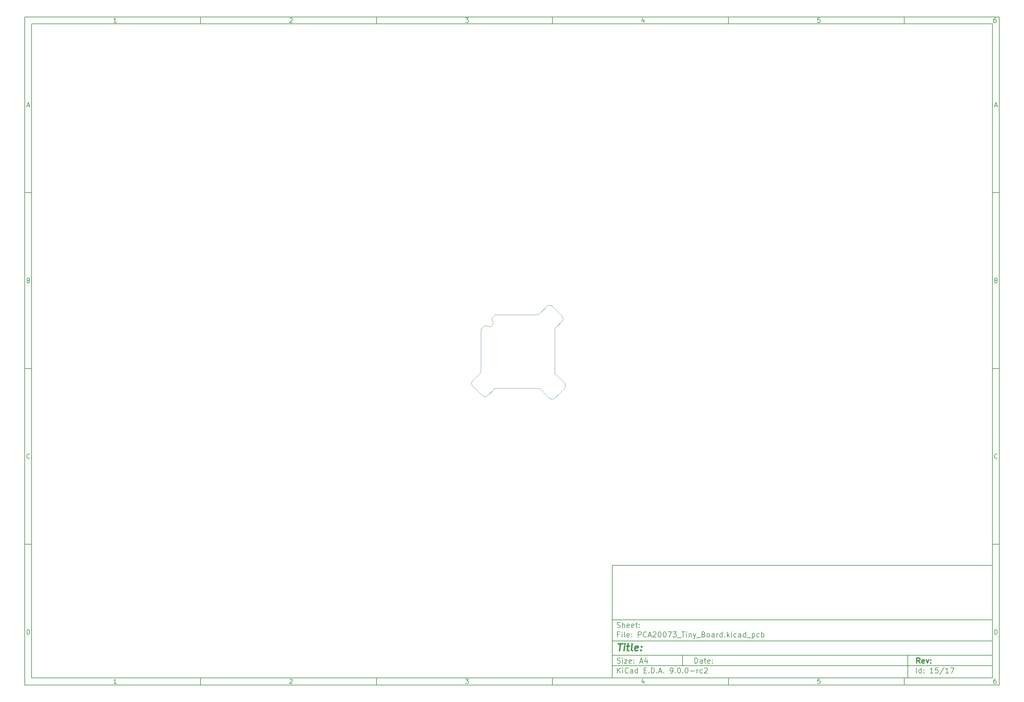
<source format=gbr>
G04 #@! TF.GenerationSoftware,KiCad,Pcbnew,9.0.0-rc2-3baa6cd791~182~ubuntu24.04.1*
G04 #@! TF.CreationDate,2025-02-06T23:09:27-05:00*
G04 #@! TF.ProjectId,PCA20073_Tiny_Board,50434132-3030-4373-935f-54696e795f42,rev?*
G04 #@! TF.SameCoordinates,PX82a22f1PY713a4f2*
G04 #@! TF.FileFunction,Profile,NP*
%FSLAX46Y46*%
G04 Gerber Fmt 4.6, Leading zero omitted, Abs format (unit mm)*
G04 Created by KiCad (PCBNEW 9.0.0-rc2-3baa6cd791~182~ubuntu24.04.1) date 2025-02-06 23:09:27*
%MOMM*%
%LPD*%
G01*
G04 APERTURE LIST*
%ADD10C,0.100000*%
%ADD11C,0.150000*%
%ADD12C,0.300000*%
%ADD13C,0.400000*%
G04 #@! TA.AperFunction,Profile*
%ADD14C,0.050000*%
G04 #@! TD*
G04 APERTURE END LIST*
D10*
D11*
X40023015Y-47279278D02*
X148023015Y-47279278D01*
X148023015Y-79279278D01*
X40023015Y-79279278D01*
X40023015Y-47279278D01*
D10*
D11*
X-126979185Y108727922D02*
X150023015Y108727922D01*
X150023015Y-81279278D01*
X-126979185Y-81279278D01*
X-126979185Y108727922D01*
D10*
D11*
X-124979185Y106727922D02*
X148023015Y106727922D01*
X148023015Y-79279278D01*
X-124979185Y-79279278D01*
X-124979185Y106727922D01*
D10*
D11*
X-76979185Y106727922D02*
X-76979185Y108727922D01*
D10*
D11*
X-26979185Y106727922D02*
X-26979185Y108727922D01*
D10*
D11*
X23020815Y106727922D02*
X23020815Y108727922D01*
D10*
D11*
X73020815Y106727922D02*
X73020815Y108727922D01*
D10*
D11*
X123020815Y106727922D02*
X123020815Y108727922D01*
D10*
D11*
X-100890025Y107134318D02*
X-101632882Y107134318D01*
X-101261454Y107134318D02*
X-101261454Y108434318D01*
X-101261454Y108434318D02*
X-101385263Y108248603D01*
X-101385263Y108248603D02*
X-101509073Y108124794D01*
X-101509073Y108124794D02*
X-101632882Y108062889D01*
D10*
D11*
X-51632882Y108310508D02*
X-51570978Y108372413D01*
X-51570978Y108372413D02*
X-51447168Y108434318D01*
X-51447168Y108434318D02*
X-51137644Y108434318D01*
X-51137644Y108434318D02*
X-51013835Y108372413D01*
X-51013835Y108372413D02*
X-50951930Y108310508D01*
X-50951930Y108310508D02*
X-50890025Y108186699D01*
X-50890025Y108186699D02*
X-50890025Y108062889D01*
X-50890025Y108062889D02*
X-50951930Y107877175D01*
X-50951930Y107877175D02*
X-51694787Y107134318D01*
X-51694787Y107134318D02*
X-50890025Y107134318D01*
D10*
D11*
X-1694787Y108434318D02*
X-890025Y108434318D01*
X-890025Y108434318D02*
X-1323359Y107939080D01*
X-1323359Y107939080D02*
X-1137644Y107939080D01*
X-1137644Y107939080D02*
X-1013835Y107877175D01*
X-1013835Y107877175D02*
X-951930Y107815270D01*
X-951930Y107815270D02*
X-890025Y107691461D01*
X-890025Y107691461D02*
X-890025Y107381937D01*
X-890025Y107381937D02*
X-951930Y107258127D01*
X-951930Y107258127D02*
X-1013835Y107196222D01*
X-1013835Y107196222D02*
X-1137644Y107134318D01*
X-1137644Y107134318D02*
X-1509073Y107134318D01*
X-1509073Y107134318D02*
X-1632882Y107196222D01*
X-1632882Y107196222D02*
X-1694787Y107258127D01*
D10*
D11*
X48986165Y108000984D02*
X48986165Y107134318D01*
X48676641Y108496222D02*
X48367118Y107567651D01*
X48367118Y107567651D02*
X49171879Y107567651D01*
D10*
D11*
X99048070Y108434318D02*
X98429022Y108434318D01*
X98429022Y108434318D02*
X98367118Y107815270D01*
X98367118Y107815270D02*
X98429022Y107877175D01*
X98429022Y107877175D02*
X98552832Y107939080D01*
X98552832Y107939080D02*
X98862356Y107939080D01*
X98862356Y107939080D02*
X98986165Y107877175D01*
X98986165Y107877175D02*
X99048070Y107815270D01*
X99048070Y107815270D02*
X99109975Y107691461D01*
X99109975Y107691461D02*
X99109975Y107381937D01*
X99109975Y107381937D02*
X99048070Y107258127D01*
X99048070Y107258127D02*
X98986165Y107196222D01*
X98986165Y107196222D02*
X98862356Y107134318D01*
X98862356Y107134318D02*
X98552832Y107134318D01*
X98552832Y107134318D02*
X98429022Y107196222D01*
X98429022Y107196222D02*
X98367118Y107258127D01*
D10*
D11*
X148986165Y108434318D02*
X148738546Y108434318D01*
X148738546Y108434318D02*
X148614737Y108372413D01*
X148614737Y108372413D02*
X148552832Y108310508D01*
X148552832Y108310508D02*
X148429022Y108124794D01*
X148429022Y108124794D02*
X148367118Y107877175D01*
X148367118Y107877175D02*
X148367118Y107381937D01*
X148367118Y107381937D02*
X148429022Y107258127D01*
X148429022Y107258127D02*
X148490927Y107196222D01*
X148490927Y107196222D02*
X148614737Y107134318D01*
X148614737Y107134318D02*
X148862356Y107134318D01*
X148862356Y107134318D02*
X148986165Y107196222D01*
X148986165Y107196222D02*
X149048070Y107258127D01*
X149048070Y107258127D02*
X149109975Y107381937D01*
X149109975Y107381937D02*
X149109975Y107691461D01*
X149109975Y107691461D02*
X149048070Y107815270D01*
X149048070Y107815270D02*
X148986165Y107877175D01*
X148986165Y107877175D02*
X148862356Y107939080D01*
X148862356Y107939080D02*
X148614737Y107939080D01*
X148614737Y107939080D02*
X148490927Y107877175D01*
X148490927Y107877175D02*
X148429022Y107815270D01*
X148429022Y107815270D02*
X148367118Y107691461D01*
D10*
D11*
X-76979185Y-79279278D02*
X-76979185Y-81279278D01*
D10*
D11*
X-26979185Y-79279278D02*
X-26979185Y-81279278D01*
D10*
D11*
X23020815Y-79279278D02*
X23020815Y-81279278D01*
D10*
D11*
X73020815Y-79279278D02*
X73020815Y-81279278D01*
D10*
D11*
X123020815Y-79279278D02*
X123020815Y-81279278D01*
D10*
D11*
X-100890025Y-80872882D02*
X-101632882Y-80872882D01*
X-101261454Y-80872882D02*
X-101261454Y-79572882D01*
X-101261454Y-79572882D02*
X-101385263Y-79758597D01*
X-101385263Y-79758597D02*
X-101509073Y-79882406D01*
X-101509073Y-79882406D02*
X-101632882Y-79944311D01*
D10*
D11*
X-51632882Y-79696692D02*
X-51570978Y-79634787D01*
X-51570978Y-79634787D02*
X-51447168Y-79572882D01*
X-51447168Y-79572882D02*
X-51137644Y-79572882D01*
X-51137644Y-79572882D02*
X-51013835Y-79634787D01*
X-51013835Y-79634787D02*
X-50951930Y-79696692D01*
X-50951930Y-79696692D02*
X-50890025Y-79820501D01*
X-50890025Y-79820501D02*
X-50890025Y-79944311D01*
X-50890025Y-79944311D02*
X-50951930Y-80130025D01*
X-50951930Y-80130025D02*
X-51694787Y-80872882D01*
X-51694787Y-80872882D02*
X-50890025Y-80872882D01*
D10*
D11*
X-1694787Y-79572882D02*
X-890025Y-79572882D01*
X-890025Y-79572882D02*
X-1323359Y-80068120D01*
X-1323359Y-80068120D02*
X-1137644Y-80068120D01*
X-1137644Y-80068120D02*
X-1013835Y-80130025D01*
X-1013835Y-80130025D02*
X-951930Y-80191930D01*
X-951930Y-80191930D02*
X-890025Y-80315739D01*
X-890025Y-80315739D02*
X-890025Y-80625263D01*
X-890025Y-80625263D02*
X-951930Y-80749073D01*
X-951930Y-80749073D02*
X-1013835Y-80810978D01*
X-1013835Y-80810978D02*
X-1137644Y-80872882D01*
X-1137644Y-80872882D02*
X-1509073Y-80872882D01*
X-1509073Y-80872882D02*
X-1632882Y-80810978D01*
X-1632882Y-80810978D02*
X-1694787Y-80749073D01*
D10*
D11*
X48986165Y-80006216D02*
X48986165Y-80872882D01*
X48676641Y-79510978D02*
X48367118Y-80439549D01*
X48367118Y-80439549D02*
X49171879Y-80439549D01*
D10*
D11*
X99048070Y-79572882D02*
X98429022Y-79572882D01*
X98429022Y-79572882D02*
X98367118Y-80191930D01*
X98367118Y-80191930D02*
X98429022Y-80130025D01*
X98429022Y-80130025D02*
X98552832Y-80068120D01*
X98552832Y-80068120D02*
X98862356Y-80068120D01*
X98862356Y-80068120D02*
X98986165Y-80130025D01*
X98986165Y-80130025D02*
X99048070Y-80191930D01*
X99048070Y-80191930D02*
X99109975Y-80315739D01*
X99109975Y-80315739D02*
X99109975Y-80625263D01*
X99109975Y-80625263D02*
X99048070Y-80749073D01*
X99048070Y-80749073D02*
X98986165Y-80810978D01*
X98986165Y-80810978D02*
X98862356Y-80872882D01*
X98862356Y-80872882D02*
X98552832Y-80872882D01*
X98552832Y-80872882D02*
X98429022Y-80810978D01*
X98429022Y-80810978D02*
X98367118Y-80749073D01*
D10*
D11*
X148986165Y-79572882D02*
X148738546Y-79572882D01*
X148738546Y-79572882D02*
X148614737Y-79634787D01*
X148614737Y-79634787D02*
X148552832Y-79696692D01*
X148552832Y-79696692D02*
X148429022Y-79882406D01*
X148429022Y-79882406D02*
X148367118Y-80130025D01*
X148367118Y-80130025D02*
X148367118Y-80625263D01*
X148367118Y-80625263D02*
X148429022Y-80749073D01*
X148429022Y-80749073D02*
X148490927Y-80810978D01*
X148490927Y-80810978D02*
X148614737Y-80872882D01*
X148614737Y-80872882D02*
X148862356Y-80872882D01*
X148862356Y-80872882D02*
X148986165Y-80810978D01*
X148986165Y-80810978D02*
X149048070Y-80749073D01*
X149048070Y-80749073D02*
X149109975Y-80625263D01*
X149109975Y-80625263D02*
X149109975Y-80315739D01*
X149109975Y-80315739D02*
X149048070Y-80191930D01*
X149048070Y-80191930D02*
X148986165Y-80130025D01*
X148986165Y-80130025D02*
X148862356Y-80068120D01*
X148862356Y-80068120D02*
X148614737Y-80068120D01*
X148614737Y-80068120D02*
X148490927Y-80130025D01*
X148490927Y-80130025D02*
X148429022Y-80191930D01*
X148429022Y-80191930D02*
X148367118Y-80315739D01*
D10*
D11*
X-126979185Y58727922D02*
X-124979185Y58727922D01*
D10*
D11*
X-126979185Y8727922D02*
X-124979185Y8727922D01*
D10*
D11*
X-126979185Y-41272078D02*
X-124979185Y-41272078D01*
D10*
D11*
X-126288709Y83505746D02*
X-125669662Y83505746D01*
X-126412519Y83134318D02*
X-125979186Y84434318D01*
X-125979186Y84434318D02*
X-125545852Y83134318D01*
D10*
D11*
X-125886328Y33815270D02*
X-125700614Y33753365D01*
X-125700614Y33753365D02*
X-125638709Y33691461D01*
X-125638709Y33691461D02*
X-125576805Y33567651D01*
X-125576805Y33567651D02*
X-125576805Y33381937D01*
X-125576805Y33381937D02*
X-125638709Y33258127D01*
X-125638709Y33258127D02*
X-125700614Y33196222D01*
X-125700614Y33196222D02*
X-125824424Y33134318D01*
X-125824424Y33134318D02*
X-126319662Y33134318D01*
X-126319662Y33134318D02*
X-126319662Y34434318D01*
X-126319662Y34434318D02*
X-125886328Y34434318D01*
X-125886328Y34434318D02*
X-125762519Y34372413D01*
X-125762519Y34372413D02*
X-125700614Y34310508D01*
X-125700614Y34310508D02*
X-125638709Y34186699D01*
X-125638709Y34186699D02*
X-125638709Y34062889D01*
X-125638709Y34062889D02*
X-125700614Y33939080D01*
X-125700614Y33939080D02*
X-125762519Y33877175D01*
X-125762519Y33877175D02*
X-125886328Y33815270D01*
X-125886328Y33815270D02*
X-126319662Y33815270D01*
D10*
D11*
X-125576805Y-16741873D02*
X-125638709Y-16803778D01*
X-125638709Y-16803778D02*
X-125824424Y-16865682D01*
X-125824424Y-16865682D02*
X-125948233Y-16865682D01*
X-125948233Y-16865682D02*
X-126133947Y-16803778D01*
X-126133947Y-16803778D02*
X-126257757Y-16679968D01*
X-126257757Y-16679968D02*
X-126319662Y-16556158D01*
X-126319662Y-16556158D02*
X-126381566Y-16308539D01*
X-126381566Y-16308539D02*
X-126381566Y-16122825D01*
X-126381566Y-16122825D02*
X-126319662Y-15875206D01*
X-126319662Y-15875206D02*
X-126257757Y-15751397D01*
X-126257757Y-15751397D02*
X-126133947Y-15627587D01*
X-126133947Y-15627587D02*
X-125948233Y-15565682D01*
X-125948233Y-15565682D02*
X-125824424Y-15565682D01*
X-125824424Y-15565682D02*
X-125638709Y-15627587D01*
X-125638709Y-15627587D02*
X-125576805Y-15689492D01*
D10*
D11*
X-126319662Y-66865682D02*
X-126319662Y-65565682D01*
X-126319662Y-65565682D02*
X-126010138Y-65565682D01*
X-126010138Y-65565682D02*
X-125824424Y-65627587D01*
X-125824424Y-65627587D02*
X-125700614Y-65751397D01*
X-125700614Y-65751397D02*
X-125638709Y-65875206D01*
X-125638709Y-65875206D02*
X-125576805Y-66122825D01*
X-125576805Y-66122825D02*
X-125576805Y-66308539D01*
X-125576805Y-66308539D02*
X-125638709Y-66556158D01*
X-125638709Y-66556158D02*
X-125700614Y-66679968D01*
X-125700614Y-66679968D02*
X-125824424Y-66803778D01*
X-125824424Y-66803778D02*
X-126010138Y-66865682D01*
X-126010138Y-66865682D02*
X-126319662Y-66865682D01*
D10*
D11*
X150023015Y58727922D02*
X148023015Y58727922D01*
D10*
D11*
X150023015Y8727922D02*
X148023015Y8727922D01*
D10*
D11*
X150023015Y-41272078D02*
X148023015Y-41272078D01*
D10*
D11*
X148713491Y83505746D02*
X149332538Y83505746D01*
X148589681Y83134318D02*
X149023014Y84434318D01*
X149023014Y84434318D02*
X149456348Y83134318D01*
D10*
D11*
X149115872Y33815270D02*
X149301586Y33753365D01*
X149301586Y33753365D02*
X149363491Y33691461D01*
X149363491Y33691461D02*
X149425395Y33567651D01*
X149425395Y33567651D02*
X149425395Y33381937D01*
X149425395Y33381937D02*
X149363491Y33258127D01*
X149363491Y33258127D02*
X149301586Y33196222D01*
X149301586Y33196222D02*
X149177776Y33134318D01*
X149177776Y33134318D02*
X148682538Y33134318D01*
X148682538Y33134318D02*
X148682538Y34434318D01*
X148682538Y34434318D02*
X149115872Y34434318D01*
X149115872Y34434318D02*
X149239681Y34372413D01*
X149239681Y34372413D02*
X149301586Y34310508D01*
X149301586Y34310508D02*
X149363491Y34186699D01*
X149363491Y34186699D02*
X149363491Y34062889D01*
X149363491Y34062889D02*
X149301586Y33939080D01*
X149301586Y33939080D02*
X149239681Y33877175D01*
X149239681Y33877175D02*
X149115872Y33815270D01*
X149115872Y33815270D02*
X148682538Y33815270D01*
D10*
D11*
X149425395Y-16741873D02*
X149363491Y-16803778D01*
X149363491Y-16803778D02*
X149177776Y-16865682D01*
X149177776Y-16865682D02*
X149053967Y-16865682D01*
X149053967Y-16865682D02*
X148868253Y-16803778D01*
X148868253Y-16803778D02*
X148744443Y-16679968D01*
X148744443Y-16679968D02*
X148682538Y-16556158D01*
X148682538Y-16556158D02*
X148620634Y-16308539D01*
X148620634Y-16308539D02*
X148620634Y-16122825D01*
X148620634Y-16122825D02*
X148682538Y-15875206D01*
X148682538Y-15875206D02*
X148744443Y-15751397D01*
X148744443Y-15751397D02*
X148868253Y-15627587D01*
X148868253Y-15627587D02*
X149053967Y-15565682D01*
X149053967Y-15565682D02*
X149177776Y-15565682D01*
X149177776Y-15565682D02*
X149363491Y-15627587D01*
X149363491Y-15627587D02*
X149425395Y-15689492D01*
D10*
D11*
X148682538Y-66865682D02*
X148682538Y-65565682D01*
X148682538Y-65565682D02*
X148992062Y-65565682D01*
X148992062Y-65565682D02*
X149177776Y-65627587D01*
X149177776Y-65627587D02*
X149301586Y-65751397D01*
X149301586Y-65751397D02*
X149363491Y-65875206D01*
X149363491Y-65875206D02*
X149425395Y-66122825D01*
X149425395Y-66122825D02*
X149425395Y-66308539D01*
X149425395Y-66308539D02*
X149363491Y-66556158D01*
X149363491Y-66556158D02*
X149301586Y-66679968D01*
X149301586Y-66679968D02*
X149177776Y-66803778D01*
X149177776Y-66803778D02*
X148992062Y-66865682D01*
X148992062Y-66865682D02*
X148682538Y-66865682D01*
D10*
D11*
X63478841Y-75065406D02*
X63478841Y-73565406D01*
X63478841Y-73565406D02*
X63835984Y-73565406D01*
X63835984Y-73565406D02*
X64050270Y-73636835D01*
X64050270Y-73636835D02*
X64193127Y-73779692D01*
X64193127Y-73779692D02*
X64264556Y-73922549D01*
X64264556Y-73922549D02*
X64335984Y-74208263D01*
X64335984Y-74208263D02*
X64335984Y-74422549D01*
X64335984Y-74422549D02*
X64264556Y-74708263D01*
X64264556Y-74708263D02*
X64193127Y-74851120D01*
X64193127Y-74851120D02*
X64050270Y-74993978D01*
X64050270Y-74993978D02*
X63835984Y-75065406D01*
X63835984Y-75065406D02*
X63478841Y-75065406D01*
X65621699Y-75065406D02*
X65621699Y-74279692D01*
X65621699Y-74279692D02*
X65550270Y-74136835D01*
X65550270Y-74136835D02*
X65407413Y-74065406D01*
X65407413Y-74065406D02*
X65121699Y-74065406D01*
X65121699Y-74065406D02*
X64978841Y-74136835D01*
X65621699Y-74993978D02*
X65478841Y-75065406D01*
X65478841Y-75065406D02*
X65121699Y-75065406D01*
X65121699Y-75065406D02*
X64978841Y-74993978D01*
X64978841Y-74993978D02*
X64907413Y-74851120D01*
X64907413Y-74851120D02*
X64907413Y-74708263D01*
X64907413Y-74708263D02*
X64978841Y-74565406D01*
X64978841Y-74565406D02*
X65121699Y-74493978D01*
X65121699Y-74493978D02*
X65478841Y-74493978D01*
X65478841Y-74493978D02*
X65621699Y-74422549D01*
X66121699Y-74065406D02*
X66693127Y-74065406D01*
X66335984Y-73565406D02*
X66335984Y-74851120D01*
X66335984Y-74851120D02*
X66407413Y-74993978D01*
X66407413Y-74993978D02*
X66550270Y-75065406D01*
X66550270Y-75065406D02*
X66693127Y-75065406D01*
X67764556Y-74993978D02*
X67621699Y-75065406D01*
X67621699Y-75065406D02*
X67335985Y-75065406D01*
X67335985Y-75065406D02*
X67193127Y-74993978D01*
X67193127Y-74993978D02*
X67121699Y-74851120D01*
X67121699Y-74851120D02*
X67121699Y-74279692D01*
X67121699Y-74279692D02*
X67193127Y-74136835D01*
X67193127Y-74136835D02*
X67335985Y-74065406D01*
X67335985Y-74065406D02*
X67621699Y-74065406D01*
X67621699Y-74065406D02*
X67764556Y-74136835D01*
X67764556Y-74136835D02*
X67835985Y-74279692D01*
X67835985Y-74279692D02*
X67835985Y-74422549D01*
X67835985Y-74422549D02*
X67121699Y-74565406D01*
X68478841Y-74922549D02*
X68550270Y-74993978D01*
X68550270Y-74993978D02*
X68478841Y-75065406D01*
X68478841Y-75065406D02*
X68407413Y-74993978D01*
X68407413Y-74993978D02*
X68478841Y-74922549D01*
X68478841Y-74922549D02*
X68478841Y-75065406D01*
X68478841Y-74136835D02*
X68550270Y-74208263D01*
X68550270Y-74208263D02*
X68478841Y-74279692D01*
X68478841Y-74279692D02*
X68407413Y-74208263D01*
X68407413Y-74208263D02*
X68478841Y-74136835D01*
X68478841Y-74136835D02*
X68478841Y-74279692D01*
D10*
D11*
X40023015Y-75779278D02*
X148023015Y-75779278D01*
D10*
D11*
X41478841Y-77865406D02*
X41478841Y-76365406D01*
X42335984Y-77865406D02*
X41693127Y-77008263D01*
X42335984Y-76365406D02*
X41478841Y-77222549D01*
X42978841Y-77865406D02*
X42978841Y-76865406D01*
X42978841Y-76365406D02*
X42907413Y-76436835D01*
X42907413Y-76436835D02*
X42978841Y-76508263D01*
X42978841Y-76508263D02*
X43050270Y-76436835D01*
X43050270Y-76436835D02*
X42978841Y-76365406D01*
X42978841Y-76365406D02*
X42978841Y-76508263D01*
X44550270Y-77722549D02*
X44478842Y-77793978D01*
X44478842Y-77793978D02*
X44264556Y-77865406D01*
X44264556Y-77865406D02*
X44121699Y-77865406D01*
X44121699Y-77865406D02*
X43907413Y-77793978D01*
X43907413Y-77793978D02*
X43764556Y-77651120D01*
X43764556Y-77651120D02*
X43693127Y-77508263D01*
X43693127Y-77508263D02*
X43621699Y-77222549D01*
X43621699Y-77222549D02*
X43621699Y-77008263D01*
X43621699Y-77008263D02*
X43693127Y-76722549D01*
X43693127Y-76722549D02*
X43764556Y-76579692D01*
X43764556Y-76579692D02*
X43907413Y-76436835D01*
X43907413Y-76436835D02*
X44121699Y-76365406D01*
X44121699Y-76365406D02*
X44264556Y-76365406D01*
X44264556Y-76365406D02*
X44478842Y-76436835D01*
X44478842Y-76436835D02*
X44550270Y-76508263D01*
X45835985Y-77865406D02*
X45835985Y-77079692D01*
X45835985Y-77079692D02*
X45764556Y-76936835D01*
X45764556Y-76936835D02*
X45621699Y-76865406D01*
X45621699Y-76865406D02*
X45335985Y-76865406D01*
X45335985Y-76865406D02*
X45193127Y-76936835D01*
X45835985Y-77793978D02*
X45693127Y-77865406D01*
X45693127Y-77865406D02*
X45335985Y-77865406D01*
X45335985Y-77865406D02*
X45193127Y-77793978D01*
X45193127Y-77793978D02*
X45121699Y-77651120D01*
X45121699Y-77651120D02*
X45121699Y-77508263D01*
X45121699Y-77508263D02*
X45193127Y-77365406D01*
X45193127Y-77365406D02*
X45335985Y-77293978D01*
X45335985Y-77293978D02*
X45693127Y-77293978D01*
X45693127Y-77293978D02*
X45835985Y-77222549D01*
X47193128Y-77865406D02*
X47193128Y-76365406D01*
X47193128Y-77793978D02*
X47050270Y-77865406D01*
X47050270Y-77865406D02*
X46764556Y-77865406D01*
X46764556Y-77865406D02*
X46621699Y-77793978D01*
X46621699Y-77793978D02*
X46550270Y-77722549D01*
X46550270Y-77722549D02*
X46478842Y-77579692D01*
X46478842Y-77579692D02*
X46478842Y-77151120D01*
X46478842Y-77151120D02*
X46550270Y-77008263D01*
X46550270Y-77008263D02*
X46621699Y-76936835D01*
X46621699Y-76936835D02*
X46764556Y-76865406D01*
X46764556Y-76865406D02*
X47050270Y-76865406D01*
X47050270Y-76865406D02*
X47193128Y-76936835D01*
X49050270Y-77079692D02*
X49550270Y-77079692D01*
X49764556Y-77865406D02*
X49050270Y-77865406D01*
X49050270Y-77865406D02*
X49050270Y-76365406D01*
X49050270Y-76365406D02*
X49764556Y-76365406D01*
X50407413Y-77722549D02*
X50478842Y-77793978D01*
X50478842Y-77793978D02*
X50407413Y-77865406D01*
X50407413Y-77865406D02*
X50335985Y-77793978D01*
X50335985Y-77793978D02*
X50407413Y-77722549D01*
X50407413Y-77722549D02*
X50407413Y-77865406D01*
X51121699Y-77865406D02*
X51121699Y-76365406D01*
X51121699Y-76365406D02*
X51478842Y-76365406D01*
X51478842Y-76365406D02*
X51693128Y-76436835D01*
X51693128Y-76436835D02*
X51835985Y-76579692D01*
X51835985Y-76579692D02*
X51907414Y-76722549D01*
X51907414Y-76722549D02*
X51978842Y-77008263D01*
X51978842Y-77008263D02*
X51978842Y-77222549D01*
X51978842Y-77222549D02*
X51907414Y-77508263D01*
X51907414Y-77508263D02*
X51835985Y-77651120D01*
X51835985Y-77651120D02*
X51693128Y-77793978D01*
X51693128Y-77793978D02*
X51478842Y-77865406D01*
X51478842Y-77865406D02*
X51121699Y-77865406D01*
X52621699Y-77722549D02*
X52693128Y-77793978D01*
X52693128Y-77793978D02*
X52621699Y-77865406D01*
X52621699Y-77865406D02*
X52550271Y-77793978D01*
X52550271Y-77793978D02*
X52621699Y-77722549D01*
X52621699Y-77722549D02*
X52621699Y-77865406D01*
X53264557Y-77436835D02*
X53978843Y-77436835D01*
X53121700Y-77865406D02*
X53621700Y-76365406D01*
X53621700Y-76365406D02*
X54121700Y-77865406D01*
X54621699Y-77722549D02*
X54693128Y-77793978D01*
X54693128Y-77793978D02*
X54621699Y-77865406D01*
X54621699Y-77865406D02*
X54550271Y-77793978D01*
X54550271Y-77793978D02*
X54621699Y-77722549D01*
X54621699Y-77722549D02*
X54621699Y-77865406D01*
X56550271Y-77865406D02*
X56835985Y-77865406D01*
X56835985Y-77865406D02*
X56978842Y-77793978D01*
X56978842Y-77793978D02*
X57050271Y-77722549D01*
X57050271Y-77722549D02*
X57193128Y-77508263D01*
X57193128Y-77508263D02*
X57264557Y-77222549D01*
X57264557Y-77222549D02*
X57264557Y-76651120D01*
X57264557Y-76651120D02*
X57193128Y-76508263D01*
X57193128Y-76508263D02*
X57121700Y-76436835D01*
X57121700Y-76436835D02*
X56978842Y-76365406D01*
X56978842Y-76365406D02*
X56693128Y-76365406D01*
X56693128Y-76365406D02*
X56550271Y-76436835D01*
X56550271Y-76436835D02*
X56478842Y-76508263D01*
X56478842Y-76508263D02*
X56407414Y-76651120D01*
X56407414Y-76651120D02*
X56407414Y-77008263D01*
X56407414Y-77008263D02*
X56478842Y-77151120D01*
X56478842Y-77151120D02*
X56550271Y-77222549D01*
X56550271Y-77222549D02*
X56693128Y-77293978D01*
X56693128Y-77293978D02*
X56978842Y-77293978D01*
X56978842Y-77293978D02*
X57121700Y-77222549D01*
X57121700Y-77222549D02*
X57193128Y-77151120D01*
X57193128Y-77151120D02*
X57264557Y-77008263D01*
X57907413Y-77722549D02*
X57978842Y-77793978D01*
X57978842Y-77793978D02*
X57907413Y-77865406D01*
X57907413Y-77865406D02*
X57835985Y-77793978D01*
X57835985Y-77793978D02*
X57907413Y-77722549D01*
X57907413Y-77722549D02*
X57907413Y-77865406D01*
X58907414Y-76365406D02*
X59050271Y-76365406D01*
X59050271Y-76365406D02*
X59193128Y-76436835D01*
X59193128Y-76436835D02*
X59264557Y-76508263D01*
X59264557Y-76508263D02*
X59335985Y-76651120D01*
X59335985Y-76651120D02*
X59407414Y-76936835D01*
X59407414Y-76936835D02*
X59407414Y-77293978D01*
X59407414Y-77293978D02*
X59335985Y-77579692D01*
X59335985Y-77579692D02*
X59264557Y-77722549D01*
X59264557Y-77722549D02*
X59193128Y-77793978D01*
X59193128Y-77793978D02*
X59050271Y-77865406D01*
X59050271Y-77865406D02*
X58907414Y-77865406D01*
X58907414Y-77865406D02*
X58764557Y-77793978D01*
X58764557Y-77793978D02*
X58693128Y-77722549D01*
X58693128Y-77722549D02*
X58621699Y-77579692D01*
X58621699Y-77579692D02*
X58550271Y-77293978D01*
X58550271Y-77293978D02*
X58550271Y-76936835D01*
X58550271Y-76936835D02*
X58621699Y-76651120D01*
X58621699Y-76651120D02*
X58693128Y-76508263D01*
X58693128Y-76508263D02*
X58764557Y-76436835D01*
X58764557Y-76436835D02*
X58907414Y-76365406D01*
X60050270Y-77722549D02*
X60121699Y-77793978D01*
X60121699Y-77793978D02*
X60050270Y-77865406D01*
X60050270Y-77865406D02*
X59978842Y-77793978D01*
X59978842Y-77793978D02*
X60050270Y-77722549D01*
X60050270Y-77722549D02*
X60050270Y-77865406D01*
X61050271Y-76365406D02*
X61193128Y-76365406D01*
X61193128Y-76365406D02*
X61335985Y-76436835D01*
X61335985Y-76436835D02*
X61407414Y-76508263D01*
X61407414Y-76508263D02*
X61478842Y-76651120D01*
X61478842Y-76651120D02*
X61550271Y-76936835D01*
X61550271Y-76936835D02*
X61550271Y-77293978D01*
X61550271Y-77293978D02*
X61478842Y-77579692D01*
X61478842Y-77579692D02*
X61407414Y-77722549D01*
X61407414Y-77722549D02*
X61335985Y-77793978D01*
X61335985Y-77793978D02*
X61193128Y-77865406D01*
X61193128Y-77865406D02*
X61050271Y-77865406D01*
X61050271Y-77865406D02*
X60907414Y-77793978D01*
X60907414Y-77793978D02*
X60835985Y-77722549D01*
X60835985Y-77722549D02*
X60764556Y-77579692D01*
X60764556Y-77579692D02*
X60693128Y-77293978D01*
X60693128Y-77293978D02*
X60693128Y-76936835D01*
X60693128Y-76936835D02*
X60764556Y-76651120D01*
X60764556Y-76651120D02*
X60835985Y-76508263D01*
X60835985Y-76508263D02*
X60907414Y-76436835D01*
X60907414Y-76436835D02*
X61050271Y-76365406D01*
X62193127Y-77293978D02*
X63335985Y-77293978D01*
X64050270Y-77865406D02*
X64050270Y-76865406D01*
X64050270Y-77151120D02*
X64121699Y-77008263D01*
X64121699Y-77008263D02*
X64193128Y-76936835D01*
X64193128Y-76936835D02*
X64335985Y-76865406D01*
X64335985Y-76865406D02*
X64478842Y-76865406D01*
X65621699Y-77793978D02*
X65478841Y-77865406D01*
X65478841Y-77865406D02*
X65193127Y-77865406D01*
X65193127Y-77865406D02*
X65050270Y-77793978D01*
X65050270Y-77793978D02*
X64978841Y-77722549D01*
X64978841Y-77722549D02*
X64907413Y-77579692D01*
X64907413Y-77579692D02*
X64907413Y-77151120D01*
X64907413Y-77151120D02*
X64978841Y-77008263D01*
X64978841Y-77008263D02*
X65050270Y-76936835D01*
X65050270Y-76936835D02*
X65193127Y-76865406D01*
X65193127Y-76865406D02*
X65478841Y-76865406D01*
X65478841Y-76865406D02*
X65621699Y-76936835D01*
X66193127Y-76508263D02*
X66264555Y-76436835D01*
X66264555Y-76436835D02*
X66407413Y-76365406D01*
X66407413Y-76365406D02*
X66764555Y-76365406D01*
X66764555Y-76365406D02*
X66907413Y-76436835D01*
X66907413Y-76436835D02*
X66978841Y-76508263D01*
X66978841Y-76508263D02*
X67050270Y-76651120D01*
X67050270Y-76651120D02*
X67050270Y-76793978D01*
X67050270Y-76793978D02*
X66978841Y-77008263D01*
X66978841Y-77008263D02*
X66121698Y-77865406D01*
X66121698Y-77865406D02*
X67050270Y-77865406D01*
D10*
D11*
X40023015Y-72779278D02*
X148023015Y-72779278D01*
D10*
D12*
X127434668Y-75057606D02*
X126934668Y-74343320D01*
X126577525Y-75057606D02*
X126577525Y-73557606D01*
X126577525Y-73557606D02*
X127148954Y-73557606D01*
X127148954Y-73557606D02*
X127291811Y-73629035D01*
X127291811Y-73629035D02*
X127363240Y-73700463D01*
X127363240Y-73700463D02*
X127434668Y-73843320D01*
X127434668Y-73843320D02*
X127434668Y-74057606D01*
X127434668Y-74057606D02*
X127363240Y-74200463D01*
X127363240Y-74200463D02*
X127291811Y-74271892D01*
X127291811Y-74271892D02*
X127148954Y-74343320D01*
X127148954Y-74343320D02*
X126577525Y-74343320D01*
X128648954Y-74986178D02*
X128506097Y-75057606D01*
X128506097Y-75057606D02*
X128220383Y-75057606D01*
X128220383Y-75057606D02*
X128077525Y-74986178D01*
X128077525Y-74986178D02*
X128006097Y-74843320D01*
X128006097Y-74843320D02*
X128006097Y-74271892D01*
X128006097Y-74271892D02*
X128077525Y-74129035D01*
X128077525Y-74129035D02*
X128220383Y-74057606D01*
X128220383Y-74057606D02*
X128506097Y-74057606D01*
X128506097Y-74057606D02*
X128648954Y-74129035D01*
X128648954Y-74129035D02*
X128720383Y-74271892D01*
X128720383Y-74271892D02*
X128720383Y-74414749D01*
X128720383Y-74414749D02*
X128006097Y-74557606D01*
X129220382Y-74057606D02*
X129577525Y-75057606D01*
X129577525Y-75057606D02*
X129934668Y-74057606D01*
X130506096Y-74914749D02*
X130577525Y-74986178D01*
X130577525Y-74986178D02*
X130506096Y-75057606D01*
X130506096Y-75057606D02*
X130434668Y-74986178D01*
X130434668Y-74986178D02*
X130506096Y-74914749D01*
X130506096Y-74914749D02*
X130506096Y-75057606D01*
X130506096Y-74129035D02*
X130577525Y-74200463D01*
X130577525Y-74200463D02*
X130506096Y-74271892D01*
X130506096Y-74271892D02*
X130434668Y-74200463D01*
X130434668Y-74200463D02*
X130506096Y-74129035D01*
X130506096Y-74129035D02*
X130506096Y-74271892D01*
D10*
D11*
X41407413Y-74993978D02*
X41621699Y-75065406D01*
X41621699Y-75065406D02*
X41978841Y-75065406D01*
X41978841Y-75065406D02*
X42121699Y-74993978D01*
X42121699Y-74993978D02*
X42193127Y-74922549D01*
X42193127Y-74922549D02*
X42264556Y-74779692D01*
X42264556Y-74779692D02*
X42264556Y-74636835D01*
X42264556Y-74636835D02*
X42193127Y-74493978D01*
X42193127Y-74493978D02*
X42121699Y-74422549D01*
X42121699Y-74422549D02*
X41978841Y-74351120D01*
X41978841Y-74351120D02*
X41693127Y-74279692D01*
X41693127Y-74279692D02*
X41550270Y-74208263D01*
X41550270Y-74208263D02*
X41478841Y-74136835D01*
X41478841Y-74136835D02*
X41407413Y-73993978D01*
X41407413Y-73993978D02*
X41407413Y-73851120D01*
X41407413Y-73851120D02*
X41478841Y-73708263D01*
X41478841Y-73708263D02*
X41550270Y-73636835D01*
X41550270Y-73636835D02*
X41693127Y-73565406D01*
X41693127Y-73565406D02*
X42050270Y-73565406D01*
X42050270Y-73565406D02*
X42264556Y-73636835D01*
X42907412Y-75065406D02*
X42907412Y-74065406D01*
X42907412Y-73565406D02*
X42835984Y-73636835D01*
X42835984Y-73636835D02*
X42907412Y-73708263D01*
X42907412Y-73708263D02*
X42978841Y-73636835D01*
X42978841Y-73636835D02*
X42907412Y-73565406D01*
X42907412Y-73565406D02*
X42907412Y-73708263D01*
X43478841Y-74065406D02*
X44264556Y-74065406D01*
X44264556Y-74065406D02*
X43478841Y-75065406D01*
X43478841Y-75065406D02*
X44264556Y-75065406D01*
X45407413Y-74993978D02*
X45264556Y-75065406D01*
X45264556Y-75065406D02*
X44978842Y-75065406D01*
X44978842Y-75065406D02*
X44835984Y-74993978D01*
X44835984Y-74993978D02*
X44764556Y-74851120D01*
X44764556Y-74851120D02*
X44764556Y-74279692D01*
X44764556Y-74279692D02*
X44835984Y-74136835D01*
X44835984Y-74136835D02*
X44978842Y-74065406D01*
X44978842Y-74065406D02*
X45264556Y-74065406D01*
X45264556Y-74065406D02*
X45407413Y-74136835D01*
X45407413Y-74136835D02*
X45478842Y-74279692D01*
X45478842Y-74279692D02*
X45478842Y-74422549D01*
X45478842Y-74422549D02*
X44764556Y-74565406D01*
X46121698Y-74922549D02*
X46193127Y-74993978D01*
X46193127Y-74993978D02*
X46121698Y-75065406D01*
X46121698Y-75065406D02*
X46050270Y-74993978D01*
X46050270Y-74993978D02*
X46121698Y-74922549D01*
X46121698Y-74922549D02*
X46121698Y-75065406D01*
X46121698Y-74136835D02*
X46193127Y-74208263D01*
X46193127Y-74208263D02*
X46121698Y-74279692D01*
X46121698Y-74279692D02*
X46050270Y-74208263D01*
X46050270Y-74208263D02*
X46121698Y-74136835D01*
X46121698Y-74136835D02*
X46121698Y-74279692D01*
X47907413Y-74636835D02*
X48621699Y-74636835D01*
X47764556Y-75065406D02*
X48264556Y-73565406D01*
X48264556Y-73565406D02*
X48764556Y-75065406D01*
X49907413Y-74065406D02*
X49907413Y-75065406D01*
X49550270Y-73493978D02*
X49193127Y-74565406D01*
X49193127Y-74565406D02*
X50121698Y-74565406D01*
D10*
D11*
X126478841Y-77865406D02*
X126478841Y-76365406D01*
X127835985Y-77865406D02*
X127835985Y-76365406D01*
X127835985Y-77793978D02*
X127693127Y-77865406D01*
X127693127Y-77865406D02*
X127407413Y-77865406D01*
X127407413Y-77865406D02*
X127264556Y-77793978D01*
X127264556Y-77793978D02*
X127193127Y-77722549D01*
X127193127Y-77722549D02*
X127121699Y-77579692D01*
X127121699Y-77579692D02*
X127121699Y-77151120D01*
X127121699Y-77151120D02*
X127193127Y-77008263D01*
X127193127Y-77008263D02*
X127264556Y-76936835D01*
X127264556Y-76936835D02*
X127407413Y-76865406D01*
X127407413Y-76865406D02*
X127693127Y-76865406D01*
X127693127Y-76865406D02*
X127835985Y-76936835D01*
X128550270Y-77722549D02*
X128621699Y-77793978D01*
X128621699Y-77793978D02*
X128550270Y-77865406D01*
X128550270Y-77865406D02*
X128478842Y-77793978D01*
X128478842Y-77793978D02*
X128550270Y-77722549D01*
X128550270Y-77722549D02*
X128550270Y-77865406D01*
X128550270Y-76936835D02*
X128621699Y-77008263D01*
X128621699Y-77008263D02*
X128550270Y-77079692D01*
X128550270Y-77079692D02*
X128478842Y-77008263D01*
X128478842Y-77008263D02*
X128550270Y-76936835D01*
X128550270Y-76936835D02*
X128550270Y-77079692D01*
X131193128Y-77865406D02*
X130335985Y-77865406D01*
X130764556Y-77865406D02*
X130764556Y-76365406D01*
X130764556Y-76365406D02*
X130621699Y-76579692D01*
X130621699Y-76579692D02*
X130478842Y-76722549D01*
X130478842Y-76722549D02*
X130335985Y-76793978D01*
X132550270Y-76365406D02*
X131835984Y-76365406D01*
X131835984Y-76365406D02*
X131764556Y-77079692D01*
X131764556Y-77079692D02*
X131835984Y-77008263D01*
X131835984Y-77008263D02*
X131978842Y-76936835D01*
X131978842Y-76936835D02*
X132335984Y-76936835D01*
X132335984Y-76936835D02*
X132478842Y-77008263D01*
X132478842Y-77008263D02*
X132550270Y-77079692D01*
X132550270Y-77079692D02*
X132621699Y-77222549D01*
X132621699Y-77222549D02*
X132621699Y-77579692D01*
X132621699Y-77579692D02*
X132550270Y-77722549D01*
X132550270Y-77722549D02*
X132478842Y-77793978D01*
X132478842Y-77793978D02*
X132335984Y-77865406D01*
X132335984Y-77865406D02*
X131978842Y-77865406D01*
X131978842Y-77865406D02*
X131835984Y-77793978D01*
X131835984Y-77793978D02*
X131764556Y-77722549D01*
X134335984Y-76293978D02*
X133050270Y-78222549D01*
X135621699Y-77865406D02*
X134764556Y-77865406D01*
X135193127Y-77865406D02*
X135193127Y-76365406D01*
X135193127Y-76365406D02*
X135050270Y-76579692D01*
X135050270Y-76579692D02*
X134907413Y-76722549D01*
X134907413Y-76722549D02*
X134764556Y-76793978D01*
X136121698Y-76365406D02*
X137121698Y-76365406D01*
X137121698Y-76365406D02*
X136478841Y-77865406D01*
D10*
D11*
X40023015Y-68779278D02*
X148023015Y-68779278D01*
D10*
D13*
X41714743Y-69483716D02*
X42857600Y-69483716D01*
X42036172Y-71483716D02*
X42286172Y-69483716D01*
X43274267Y-71483716D02*
X43440934Y-70150382D01*
X43524267Y-69483716D02*
X43417124Y-69578954D01*
X43417124Y-69578954D02*
X43500458Y-69674192D01*
X43500458Y-69674192D02*
X43607601Y-69578954D01*
X43607601Y-69578954D02*
X43524267Y-69483716D01*
X43524267Y-69483716D02*
X43500458Y-69674192D01*
X44107601Y-70150382D02*
X44869505Y-70150382D01*
X44476648Y-69483716D02*
X44262363Y-71198001D01*
X44262363Y-71198001D02*
X44333791Y-71388478D01*
X44333791Y-71388478D02*
X44512363Y-71483716D01*
X44512363Y-71483716D02*
X44702839Y-71483716D01*
X45655220Y-71483716D02*
X45476648Y-71388478D01*
X45476648Y-71388478D02*
X45405220Y-71198001D01*
X45405220Y-71198001D02*
X45619505Y-69483716D01*
X47190934Y-71388478D02*
X46988553Y-71483716D01*
X46988553Y-71483716D02*
X46607600Y-71483716D01*
X46607600Y-71483716D02*
X46429029Y-71388478D01*
X46429029Y-71388478D02*
X46357600Y-71198001D01*
X46357600Y-71198001D02*
X46452839Y-70436097D01*
X46452839Y-70436097D02*
X46571886Y-70245620D01*
X46571886Y-70245620D02*
X46774267Y-70150382D01*
X46774267Y-70150382D02*
X47155219Y-70150382D01*
X47155219Y-70150382D02*
X47333791Y-70245620D01*
X47333791Y-70245620D02*
X47405219Y-70436097D01*
X47405219Y-70436097D02*
X47381410Y-70626573D01*
X47381410Y-70626573D02*
X46405219Y-70817049D01*
X48155220Y-71293239D02*
X48238553Y-71388478D01*
X48238553Y-71388478D02*
X48131410Y-71483716D01*
X48131410Y-71483716D02*
X48048077Y-71388478D01*
X48048077Y-71388478D02*
X48155220Y-71293239D01*
X48155220Y-71293239D02*
X48131410Y-71483716D01*
X48286172Y-70245620D02*
X48369505Y-70340858D01*
X48369505Y-70340858D02*
X48262363Y-70436097D01*
X48262363Y-70436097D02*
X48179029Y-70340858D01*
X48179029Y-70340858D02*
X48286172Y-70245620D01*
X48286172Y-70245620D02*
X48262363Y-70436097D01*
D10*
D11*
X41978841Y-66879692D02*
X41478841Y-66879692D01*
X41478841Y-67665406D02*
X41478841Y-66165406D01*
X41478841Y-66165406D02*
X42193127Y-66165406D01*
X42764555Y-67665406D02*
X42764555Y-66665406D01*
X42764555Y-66165406D02*
X42693127Y-66236835D01*
X42693127Y-66236835D02*
X42764555Y-66308263D01*
X42764555Y-66308263D02*
X42835984Y-66236835D01*
X42835984Y-66236835D02*
X42764555Y-66165406D01*
X42764555Y-66165406D02*
X42764555Y-66308263D01*
X43693127Y-67665406D02*
X43550270Y-67593978D01*
X43550270Y-67593978D02*
X43478841Y-67451120D01*
X43478841Y-67451120D02*
X43478841Y-66165406D01*
X44835984Y-67593978D02*
X44693127Y-67665406D01*
X44693127Y-67665406D02*
X44407413Y-67665406D01*
X44407413Y-67665406D02*
X44264555Y-67593978D01*
X44264555Y-67593978D02*
X44193127Y-67451120D01*
X44193127Y-67451120D02*
X44193127Y-66879692D01*
X44193127Y-66879692D02*
X44264555Y-66736835D01*
X44264555Y-66736835D02*
X44407413Y-66665406D01*
X44407413Y-66665406D02*
X44693127Y-66665406D01*
X44693127Y-66665406D02*
X44835984Y-66736835D01*
X44835984Y-66736835D02*
X44907413Y-66879692D01*
X44907413Y-66879692D02*
X44907413Y-67022549D01*
X44907413Y-67022549D02*
X44193127Y-67165406D01*
X45550269Y-67522549D02*
X45621698Y-67593978D01*
X45621698Y-67593978D02*
X45550269Y-67665406D01*
X45550269Y-67665406D02*
X45478841Y-67593978D01*
X45478841Y-67593978D02*
X45550269Y-67522549D01*
X45550269Y-67522549D02*
X45550269Y-67665406D01*
X45550269Y-66736835D02*
X45621698Y-66808263D01*
X45621698Y-66808263D02*
X45550269Y-66879692D01*
X45550269Y-66879692D02*
X45478841Y-66808263D01*
X45478841Y-66808263D02*
X45550269Y-66736835D01*
X45550269Y-66736835D02*
X45550269Y-66879692D01*
X47407412Y-67665406D02*
X47407412Y-66165406D01*
X47407412Y-66165406D02*
X47978841Y-66165406D01*
X47978841Y-66165406D02*
X48121698Y-66236835D01*
X48121698Y-66236835D02*
X48193127Y-66308263D01*
X48193127Y-66308263D02*
X48264555Y-66451120D01*
X48264555Y-66451120D02*
X48264555Y-66665406D01*
X48264555Y-66665406D02*
X48193127Y-66808263D01*
X48193127Y-66808263D02*
X48121698Y-66879692D01*
X48121698Y-66879692D02*
X47978841Y-66951120D01*
X47978841Y-66951120D02*
X47407412Y-66951120D01*
X49764555Y-67522549D02*
X49693127Y-67593978D01*
X49693127Y-67593978D02*
X49478841Y-67665406D01*
X49478841Y-67665406D02*
X49335984Y-67665406D01*
X49335984Y-67665406D02*
X49121698Y-67593978D01*
X49121698Y-67593978D02*
X48978841Y-67451120D01*
X48978841Y-67451120D02*
X48907412Y-67308263D01*
X48907412Y-67308263D02*
X48835984Y-67022549D01*
X48835984Y-67022549D02*
X48835984Y-66808263D01*
X48835984Y-66808263D02*
X48907412Y-66522549D01*
X48907412Y-66522549D02*
X48978841Y-66379692D01*
X48978841Y-66379692D02*
X49121698Y-66236835D01*
X49121698Y-66236835D02*
X49335984Y-66165406D01*
X49335984Y-66165406D02*
X49478841Y-66165406D01*
X49478841Y-66165406D02*
X49693127Y-66236835D01*
X49693127Y-66236835D02*
X49764555Y-66308263D01*
X50335984Y-67236835D02*
X51050270Y-67236835D01*
X50193127Y-67665406D02*
X50693127Y-66165406D01*
X50693127Y-66165406D02*
X51193127Y-67665406D01*
X51621698Y-66308263D02*
X51693126Y-66236835D01*
X51693126Y-66236835D02*
X51835984Y-66165406D01*
X51835984Y-66165406D02*
X52193126Y-66165406D01*
X52193126Y-66165406D02*
X52335984Y-66236835D01*
X52335984Y-66236835D02*
X52407412Y-66308263D01*
X52407412Y-66308263D02*
X52478841Y-66451120D01*
X52478841Y-66451120D02*
X52478841Y-66593978D01*
X52478841Y-66593978D02*
X52407412Y-66808263D01*
X52407412Y-66808263D02*
X51550269Y-67665406D01*
X51550269Y-67665406D02*
X52478841Y-67665406D01*
X53407412Y-66165406D02*
X53550269Y-66165406D01*
X53550269Y-66165406D02*
X53693126Y-66236835D01*
X53693126Y-66236835D02*
X53764555Y-66308263D01*
X53764555Y-66308263D02*
X53835983Y-66451120D01*
X53835983Y-66451120D02*
X53907412Y-66736835D01*
X53907412Y-66736835D02*
X53907412Y-67093978D01*
X53907412Y-67093978D02*
X53835983Y-67379692D01*
X53835983Y-67379692D02*
X53764555Y-67522549D01*
X53764555Y-67522549D02*
X53693126Y-67593978D01*
X53693126Y-67593978D02*
X53550269Y-67665406D01*
X53550269Y-67665406D02*
X53407412Y-67665406D01*
X53407412Y-67665406D02*
X53264555Y-67593978D01*
X53264555Y-67593978D02*
X53193126Y-67522549D01*
X53193126Y-67522549D02*
X53121697Y-67379692D01*
X53121697Y-67379692D02*
X53050269Y-67093978D01*
X53050269Y-67093978D02*
X53050269Y-66736835D01*
X53050269Y-66736835D02*
X53121697Y-66451120D01*
X53121697Y-66451120D02*
X53193126Y-66308263D01*
X53193126Y-66308263D02*
X53264555Y-66236835D01*
X53264555Y-66236835D02*
X53407412Y-66165406D01*
X54835983Y-66165406D02*
X54978840Y-66165406D01*
X54978840Y-66165406D02*
X55121697Y-66236835D01*
X55121697Y-66236835D02*
X55193126Y-66308263D01*
X55193126Y-66308263D02*
X55264554Y-66451120D01*
X55264554Y-66451120D02*
X55335983Y-66736835D01*
X55335983Y-66736835D02*
X55335983Y-67093978D01*
X55335983Y-67093978D02*
X55264554Y-67379692D01*
X55264554Y-67379692D02*
X55193126Y-67522549D01*
X55193126Y-67522549D02*
X55121697Y-67593978D01*
X55121697Y-67593978D02*
X54978840Y-67665406D01*
X54978840Y-67665406D02*
X54835983Y-67665406D01*
X54835983Y-67665406D02*
X54693126Y-67593978D01*
X54693126Y-67593978D02*
X54621697Y-67522549D01*
X54621697Y-67522549D02*
X54550268Y-67379692D01*
X54550268Y-67379692D02*
X54478840Y-67093978D01*
X54478840Y-67093978D02*
X54478840Y-66736835D01*
X54478840Y-66736835D02*
X54550268Y-66451120D01*
X54550268Y-66451120D02*
X54621697Y-66308263D01*
X54621697Y-66308263D02*
X54693126Y-66236835D01*
X54693126Y-66236835D02*
X54835983Y-66165406D01*
X55835982Y-66165406D02*
X56835982Y-66165406D01*
X56835982Y-66165406D02*
X56193125Y-67665406D01*
X57264553Y-66165406D02*
X58193125Y-66165406D01*
X58193125Y-66165406D02*
X57693125Y-66736835D01*
X57693125Y-66736835D02*
X57907410Y-66736835D01*
X57907410Y-66736835D02*
X58050268Y-66808263D01*
X58050268Y-66808263D02*
X58121696Y-66879692D01*
X58121696Y-66879692D02*
X58193125Y-67022549D01*
X58193125Y-67022549D02*
X58193125Y-67379692D01*
X58193125Y-67379692D02*
X58121696Y-67522549D01*
X58121696Y-67522549D02*
X58050268Y-67593978D01*
X58050268Y-67593978D02*
X57907410Y-67665406D01*
X57907410Y-67665406D02*
X57478839Y-67665406D01*
X57478839Y-67665406D02*
X57335982Y-67593978D01*
X57335982Y-67593978D02*
X57264553Y-67522549D01*
X58478839Y-67808263D02*
X59621696Y-67808263D01*
X59764553Y-66165406D02*
X60621696Y-66165406D01*
X60193124Y-67665406D02*
X60193124Y-66165406D01*
X61121695Y-67665406D02*
X61121695Y-66665406D01*
X61121695Y-66165406D02*
X61050267Y-66236835D01*
X61050267Y-66236835D02*
X61121695Y-66308263D01*
X61121695Y-66308263D02*
X61193124Y-66236835D01*
X61193124Y-66236835D02*
X61121695Y-66165406D01*
X61121695Y-66165406D02*
X61121695Y-66308263D01*
X61835981Y-66665406D02*
X61835981Y-67665406D01*
X61835981Y-66808263D02*
X61907410Y-66736835D01*
X61907410Y-66736835D02*
X62050267Y-66665406D01*
X62050267Y-66665406D02*
X62264553Y-66665406D01*
X62264553Y-66665406D02*
X62407410Y-66736835D01*
X62407410Y-66736835D02*
X62478839Y-66879692D01*
X62478839Y-66879692D02*
X62478839Y-67665406D01*
X63050267Y-66665406D02*
X63407410Y-67665406D01*
X63764553Y-66665406D02*
X63407410Y-67665406D01*
X63407410Y-67665406D02*
X63264553Y-68022549D01*
X63264553Y-68022549D02*
X63193124Y-68093978D01*
X63193124Y-68093978D02*
X63050267Y-68165406D01*
X63978839Y-67808263D02*
X65121696Y-67808263D01*
X65978838Y-66879692D02*
X66193124Y-66951120D01*
X66193124Y-66951120D02*
X66264553Y-67022549D01*
X66264553Y-67022549D02*
X66335981Y-67165406D01*
X66335981Y-67165406D02*
X66335981Y-67379692D01*
X66335981Y-67379692D02*
X66264553Y-67522549D01*
X66264553Y-67522549D02*
X66193124Y-67593978D01*
X66193124Y-67593978D02*
X66050267Y-67665406D01*
X66050267Y-67665406D02*
X65478838Y-67665406D01*
X65478838Y-67665406D02*
X65478838Y-66165406D01*
X65478838Y-66165406D02*
X65978838Y-66165406D01*
X65978838Y-66165406D02*
X66121696Y-66236835D01*
X66121696Y-66236835D02*
X66193124Y-66308263D01*
X66193124Y-66308263D02*
X66264553Y-66451120D01*
X66264553Y-66451120D02*
X66264553Y-66593978D01*
X66264553Y-66593978D02*
X66193124Y-66736835D01*
X66193124Y-66736835D02*
X66121696Y-66808263D01*
X66121696Y-66808263D02*
X65978838Y-66879692D01*
X65978838Y-66879692D02*
X65478838Y-66879692D01*
X67193124Y-67665406D02*
X67050267Y-67593978D01*
X67050267Y-67593978D02*
X66978838Y-67522549D01*
X66978838Y-67522549D02*
X66907410Y-67379692D01*
X66907410Y-67379692D02*
X66907410Y-66951120D01*
X66907410Y-66951120D02*
X66978838Y-66808263D01*
X66978838Y-66808263D02*
X67050267Y-66736835D01*
X67050267Y-66736835D02*
X67193124Y-66665406D01*
X67193124Y-66665406D02*
X67407410Y-66665406D01*
X67407410Y-66665406D02*
X67550267Y-66736835D01*
X67550267Y-66736835D02*
X67621696Y-66808263D01*
X67621696Y-66808263D02*
X67693124Y-66951120D01*
X67693124Y-66951120D02*
X67693124Y-67379692D01*
X67693124Y-67379692D02*
X67621696Y-67522549D01*
X67621696Y-67522549D02*
X67550267Y-67593978D01*
X67550267Y-67593978D02*
X67407410Y-67665406D01*
X67407410Y-67665406D02*
X67193124Y-67665406D01*
X68978839Y-67665406D02*
X68978839Y-66879692D01*
X68978839Y-66879692D02*
X68907410Y-66736835D01*
X68907410Y-66736835D02*
X68764553Y-66665406D01*
X68764553Y-66665406D02*
X68478839Y-66665406D01*
X68478839Y-66665406D02*
X68335981Y-66736835D01*
X68978839Y-67593978D02*
X68835981Y-67665406D01*
X68835981Y-67665406D02*
X68478839Y-67665406D01*
X68478839Y-67665406D02*
X68335981Y-67593978D01*
X68335981Y-67593978D02*
X68264553Y-67451120D01*
X68264553Y-67451120D02*
X68264553Y-67308263D01*
X68264553Y-67308263D02*
X68335981Y-67165406D01*
X68335981Y-67165406D02*
X68478839Y-67093978D01*
X68478839Y-67093978D02*
X68835981Y-67093978D01*
X68835981Y-67093978D02*
X68978839Y-67022549D01*
X69693124Y-67665406D02*
X69693124Y-66665406D01*
X69693124Y-66951120D02*
X69764553Y-66808263D01*
X69764553Y-66808263D02*
X69835982Y-66736835D01*
X69835982Y-66736835D02*
X69978839Y-66665406D01*
X69978839Y-66665406D02*
X70121696Y-66665406D01*
X71264553Y-67665406D02*
X71264553Y-66165406D01*
X71264553Y-67593978D02*
X71121695Y-67665406D01*
X71121695Y-67665406D02*
X70835981Y-67665406D01*
X70835981Y-67665406D02*
X70693124Y-67593978D01*
X70693124Y-67593978D02*
X70621695Y-67522549D01*
X70621695Y-67522549D02*
X70550267Y-67379692D01*
X70550267Y-67379692D02*
X70550267Y-66951120D01*
X70550267Y-66951120D02*
X70621695Y-66808263D01*
X70621695Y-66808263D02*
X70693124Y-66736835D01*
X70693124Y-66736835D02*
X70835981Y-66665406D01*
X70835981Y-66665406D02*
X71121695Y-66665406D01*
X71121695Y-66665406D02*
X71264553Y-66736835D01*
X71978838Y-67522549D02*
X72050267Y-67593978D01*
X72050267Y-67593978D02*
X71978838Y-67665406D01*
X71978838Y-67665406D02*
X71907410Y-67593978D01*
X71907410Y-67593978D02*
X71978838Y-67522549D01*
X71978838Y-67522549D02*
X71978838Y-67665406D01*
X72693124Y-67665406D02*
X72693124Y-66165406D01*
X72835982Y-67093978D02*
X73264553Y-67665406D01*
X73264553Y-66665406D02*
X72693124Y-67236835D01*
X73907410Y-67665406D02*
X73907410Y-66665406D01*
X73907410Y-66165406D02*
X73835982Y-66236835D01*
X73835982Y-66236835D02*
X73907410Y-66308263D01*
X73907410Y-66308263D02*
X73978839Y-66236835D01*
X73978839Y-66236835D02*
X73907410Y-66165406D01*
X73907410Y-66165406D02*
X73907410Y-66308263D01*
X75264554Y-67593978D02*
X75121696Y-67665406D01*
X75121696Y-67665406D02*
X74835982Y-67665406D01*
X74835982Y-67665406D02*
X74693125Y-67593978D01*
X74693125Y-67593978D02*
X74621696Y-67522549D01*
X74621696Y-67522549D02*
X74550268Y-67379692D01*
X74550268Y-67379692D02*
X74550268Y-66951120D01*
X74550268Y-66951120D02*
X74621696Y-66808263D01*
X74621696Y-66808263D02*
X74693125Y-66736835D01*
X74693125Y-66736835D02*
X74835982Y-66665406D01*
X74835982Y-66665406D02*
X75121696Y-66665406D01*
X75121696Y-66665406D02*
X75264554Y-66736835D01*
X76550268Y-67665406D02*
X76550268Y-66879692D01*
X76550268Y-66879692D02*
X76478839Y-66736835D01*
X76478839Y-66736835D02*
X76335982Y-66665406D01*
X76335982Y-66665406D02*
X76050268Y-66665406D01*
X76050268Y-66665406D02*
X75907410Y-66736835D01*
X76550268Y-67593978D02*
X76407410Y-67665406D01*
X76407410Y-67665406D02*
X76050268Y-67665406D01*
X76050268Y-67665406D02*
X75907410Y-67593978D01*
X75907410Y-67593978D02*
X75835982Y-67451120D01*
X75835982Y-67451120D02*
X75835982Y-67308263D01*
X75835982Y-67308263D02*
X75907410Y-67165406D01*
X75907410Y-67165406D02*
X76050268Y-67093978D01*
X76050268Y-67093978D02*
X76407410Y-67093978D01*
X76407410Y-67093978D02*
X76550268Y-67022549D01*
X77907411Y-67665406D02*
X77907411Y-66165406D01*
X77907411Y-67593978D02*
X77764553Y-67665406D01*
X77764553Y-67665406D02*
X77478839Y-67665406D01*
X77478839Y-67665406D02*
X77335982Y-67593978D01*
X77335982Y-67593978D02*
X77264553Y-67522549D01*
X77264553Y-67522549D02*
X77193125Y-67379692D01*
X77193125Y-67379692D02*
X77193125Y-66951120D01*
X77193125Y-66951120D02*
X77264553Y-66808263D01*
X77264553Y-66808263D02*
X77335982Y-66736835D01*
X77335982Y-66736835D02*
X77478839Y-66665406D01*
X77478839Y-66665406D02*
X77764553Y-66665406D01*
X77764553Y-66665406D02*
X77907411Y-66736835D01*
X78264554Y-67808263D02*
X79407411Y-67808263D01*
X79764553Y-66665406D02*
X79764553Y-68165406D01*
X79764553Y-66736835D02*
X79907411Y-66665406D01*
X79907411Y-66665406D02*
X80193125Y-66665406D01*
X80193125Y-66665406D02*
X80335982Y-66736835D01*
X80335982Y-66736835D02*
X80407411Y-66808263D01*
X80407411Y-66808263D02*
X80478839Y-66951120D01*
X80478839Y-66951120D02*
X80478839Y-67379692D01*
X80478839Y-67379692D02*
X80407411Y-67522549D01*
X80407411Y-67522549D02*
X80335982Y-67593978D01*
X80335982Y-67593978D02*
X80193125Y-67665406D01*
X80193125Y-67665406D02*
X79907411Y-67665406D01*
X79907411Y-67665406D02*
X79764553Y-67593978D01*
X81764554Y-67593978D02*
X81621696Y-67665406D01*
X81621696Y-67665406D02*
X81335982Y-67665406D01*
X81335982Y-67665406D02*
X81193125Y-67593978D01*
X81193125Y-67593978D02*
X81121696Y-67522549D01*
X81121696Y-67522549D02*
X81050268Y-67379692D01*
X81050268Y-67379692D02*
X81050268Y-66951120D01*
X81050268Y-66951120D02*
X81121696Y-66808263D01*
X81121696Y-66808263D02*
X81193125Y-66736835D01*
X81193125Y-66736835D02*
X81335982Y-66665406D01*
X81335982Y-66665406D02*
X81621696Y-66665406D01*
X81621696Y-66665406D02*
X81764554Y-66736835D01*
X82407410Y-67665406D02*
X82407410Y-66165406D01*
X82407410Y-66736835D02*
X82550268Y-66665406D01*
X82550268Y-66665406D02*
X82835982Y-66665406D01*
X82835982Y-66665406D02*
X82978839Y-66736835D01*
X82978839Y-66736835D02*
X83050268Y-66808263D01*
X83050268Y-66808263D02*
X83121696Y-66951120D01*
X83121696Y-66951120D02*
X83121696Y-67379692D01*
X83121696Y-67379692D02*
X83050268Y-67522549D01*
X83050268Y-67522549D02*
X82978839Y-67593978D01*
X82978839Y-67593978D02*
X82835982Y-67665406D01*
X82835982Y-67665406D02*
X82550268Y-67665406D01*
X82550268Y-67665406D02*
X82407410Y-67593978D01*
D10*
D11*
X40023015Y-62779278D02*
X148023015Y-62779278D01*
D10*
D11*
X41407413Y-64893978D02*
X41621699Y-64965406D01*
X41621699Y-64965406D02*
X41978841Y-64965406D01*
X41978841Y-64965406D02*
X42121699Y-64893978D01*
X42121699Y-64893978D02*
X42193127Y-64822549D01*
X42193127Y-64822549D02*
X42264556Y-64679692D01*
X42264556Y-64679692D02*
X42264556Y-64536835D01*
X42264556Y-64536835D02*
X42193127Y-64393978D01*
X42193127Y-64393978D02*
X42121699Y-64322549D01*
X42121699Y-64322549D02*
X41978841Y-64251120D01*
X41978841Y-64251120D02*
X41693127Y-64179692D01*
X41693127Y-64179692D02*
X41550270Y-64108263D01*
X41550270Y-64108263D02*
X41478841Y-64036835D01*
X41478841Y-64036835D02*
X41407413Y-63893978D01*
X41407413Y-63893978D02*
X41407413Y-63751120D01*
X41407413Y-63751120D02*
X41478841Y-63608263D01*
X41478841Y-63608263D02*
X41550270Y-63536835D01*
X41550270Y-63536835D02*
X41693127Y-63465406D01*
X41693127Y-63465406D02*
X42050270Y-63465406D01*
X42050270Y-63465406D02*
X42264556Y-63536835D01*
X42907412Y-64965406D02*
X42907412Y-63465406D01*
X43550270Y-64965406D02*
X43550270Y-64179692D01*
X43550270Y-64179692D02*
X43478841Y-64036835D01*
X43478841Y-64036835D02*
X43335984Y-63965406D01*
X43335984Y-63965406D02*
X43121698Y-63965406D01*
X43121698Y-63965406D02*
X42978841Y-64036835D01*
X42978841Y-64036835D02*
X42907412Y-64108263D01*
X44835984Y-64893978D02*
X44693127Y-64965406D01*
X44693127Y-64965406D02*
X44407413Y-64965406D01*
X44407413Y-64965406D02*
X44264555Y-64893978D01*
X44264555Y-64893978D02*
X44193127Y-64751120D01*
X44193127Y-64751120D02*
X44193127Y-64179692D01*
X44193127Y-64179692D02*
X44264555Y-64036835D01*
X44264555Y-64036835D02*
X44407413Y-63965406D01*
X44407413Y-63965406D02*
X44693127Y-63965406D01*
X44693127Y-63965406D02*
X44835984Y-64036835D01*
X44835984Y-64036835D02*
X44907413Y-64179692D01*
X44907413Y-64179692D02*
X44907413Y-64322549D01*
X44907413Y-64322549D02*
X44193127Y-64465406D01*
X46121698Y-64893978D02*
X45978841Y-64965406D01*
X45978841Y-64965406D02*
X45693127Y-64965406D01*
X45693127Y-64965406D02*
X45550269Y-64893978D01*
X45550269Y-64893978D02*
X45478841Y-64751120D01*
X45478841Y-64751120D02*
X45478841Y-64179692D01*
X45478841Y-64179692D02*
X45550269Y-64036835D01*
X45550269Y-64036835D02*
X45693127Y-63965406D01*
X45693127Y-63965406D02*
X45978841Y-63965406D01*
X45978841Y-63965406D02*
X46121698Y-64036835D01*
X46121698Y-64036835D02*
X46193127Y-64179692D01*
X46193127Y-64179692D02*
X46193127Y-64322549D01*
X46193127Y-64322549D02*
X45478841Y-64465406D01*
X46621698Y-63965406D02*
X47193126Y-63965406D01*
X46835983Y-63465406D02*
X46835983Y-64751120D01*
X46835983Y-64751120D02*
X46907412Y-64893978D01*
X46907412Y-64893978D02*
X47050269Y-64965406D01*
X47050269Y-64965406D02*
X47193126Y-64965406D01*
X47693126Y-64822549D02*
X47764555Y-64893978D01*
X47764555Y-64893978D02*
X47693126Y-64965406D01*
X47693126Y-64965406D02*
X47621698Y-64893978D01*
X47621698Y-64893978D02*
X47693126Y-64822549D01*
X47693126Y-64822549D02*
X47693126Y-64965406D01*
X47693126Y-64036835D02*
X47764555Y-64108263D01*
X47764555Y-64108263D02*
X47693126Y-64179692D01*
X47693126Y-64179692D02*
X47621698Y-64108263D01*
X47621698Y-64108263D02*
X47693126Y-64036835D01*
X47693126Y-64036835D02*
X47693126Y-64179692D01*
D10*
D11*
X60023015Y-72779278D02*
X60023015Y-75779278D01*
D10*
D11*
X124023015Y-72779278D02*
X124023015Y-79279278D01*
D14*
X292893Y5242641D02*
X2414213Y7363961D01*
X3505203Y20768660D02*
G75*
G02*
X4565865Y20768661I530331J-530324D01*
G01*
X3121320Y1000000D02*
X292893Y3828427D01*
X26455844Y4535534D02*
G75*
G02*
X26455849Y3121315I-707129J-707112D01*
G01*
X5980077Y22182873D02*
G75*
G02*
X5980058Y23243552I530338J530349D01*
G01*
X21506096Y26455844D02*
G75*
G02*
X22920310Y26455844I707107J-707108D01*
G01*
X5631549Y20763634D02*
G75*
G02*
X4570889Y20763634I-530330J530330D01*
G01*
X4535534Y1000000D02*
G75*
G02*
X3121320Y1000000I-707107J707108D01*
G01*
X6363960Y2828427D02*
X4535534Y1000000D01*
X23920310Y7071067D02*
G75*
G02*
X23627382Y7778174I707105J707155D01*
G01*
X7192387Y24041630D02*
X18677669Y24041630D01*
X292893Y3828427D02*
G75*
G02*
X292905Y5242629I707122J707095D01*
G01*
X18970563Y3121320D02*
X7071067Y3121320D01*
X6485280Y23748737D02*
G75*
G02*
X7192387Y24041636I707035J-706915D01*
G01*
X23920310Y20384777D02*
X25748737Y22213203D01*
X3000000Y20263457D02*
X3505203Y20768660D01*
X26455844Y4535534D02*
X23920310Y7071067D01*
X25041630Y1707107D02*
X23627417Y292893D01*
X25748737Y23627417D02*
G75*
G02*
X25748725Y22213215I-707122J-707095D01*
G01*
X19384776Y24334524D02*
G75*
G02*
X18677669Y24041631I-707061J706998D01*
G01*
X23627417Y7778174D02*
X23627417Y19677670D01*
X25748737Y23627417D02*
X22920310Y26455844D01*
X5980077Y22182873D02*
X5985103Y22177848D01*
X5980077Y23243534D02*
X6485280Y23748737D01*
X25041630Y1707107D02*
X26455844Y3121320D01*
X23627417Y292893D02*
G75*
G02*
X22213203Y292893I-707107J707108D01*
G01*
X2707107Y19556350D02*
X2707107Y8071068D01*
X18970563Y3121320D02*
G75*
G02*
X19677699Y2828456I-148J-1000498D01*
G01*
X23627417Y19677670D02*
G75*
G02*
X23920281Y20384806I1000498J-148D01*
G01*
X5985103Y22177848D02*
G75*
G02*
X5985099Y21117192I-530288J-530326D01*
G01*
X22213203Y292893D02*
X19677670Y2828427D01*
X6363960Y2828427D02*
G75*
G02*
X7071067Y3121355I707155J-707105D01*
G01*
X21506096Y26455844D02*
X19384776Y24334524D01*
X5985103Y21117188D02*
X5631549Y20763634D01*
X4565864Y20768660D02*
X4570889Y20763634D01*
X2707107Y19556350D02*
G75*
G02*
X2999992Y20263465I1000108J-28D01*
G01*
X2707107Y8071068D02*
G75*
G02*
X2414197Y7363977I-1000292J154D01*
G01*
M02*

</source>
